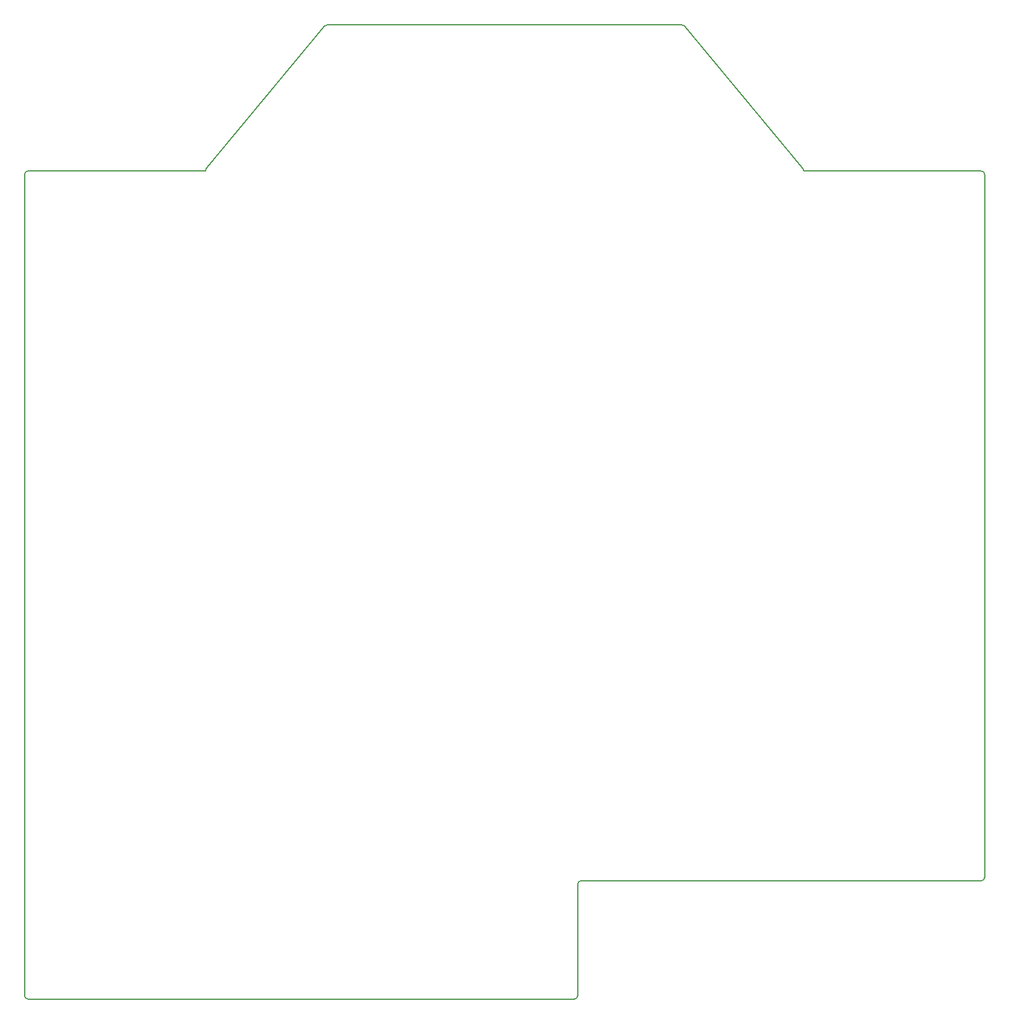
<source format=gm1>
G04 #@! TF.GenerationSoftware,KiCad,Pcbnew,8.0.4+1*
G04 #@! TF.CreationDate,2024-10-01T15:26:06+00:00*
G04 #@! TF.ProjectId,left,6c656674-2e6b-4696-9361-645f70636258,v0.2*
G04 #@! TF.SameCoordinates,Original*
G04 #@! TF.FileFunction,Profile,NP*
%FSLAX46Y46*%
G04 Gerber Fmt 4.6, Leading zero omitted, Abs format (unit mm)*
G04 Created by KiCad (PCBNEW 8.0.4+1) date 2024-10-01 15:26:06*
%MOMM*%
%LPD*%
G01*
G04 APERTURE LIST*
G04 #@! TA.AperFunction,Profile*
%ADD10C,0.150000*%
G04 #@! TD*
G04 APERTURE END LIST*
D10*
X159750000Y-24000000D02*
X159750000Y-125000000D01*
X159250000Y-125500000D02*
X101750000Y-125500000D01*
X64865121Y-2680832D02*
X47865121Y-23180832D01*
X100750000Y-142500000D02*
X22250000Y-142500000D01*
X22250000Y-23500000D02*
X47750000Y-23500000D01*
X159750000Y-125000000D02*
G75*
G02*
X159250000Y-125500000I-500000J0D01*
G01*
X101250000Y-126000000D02*
G75*
G02*
X101750000Y-125500000I500000J0D01*
G01*
X101250000Y-142000000D02*
G75*
G02*
X100750000Y-142500000I-500000J0D01*
G01*
X21750000Y-142000000D02*
X21750000Y-24000000D01*
X22250000Y-142500000D02*
G75*
G02*
X21750000Y-142000000I0J500000D01*
G01*
X47750000Y-23500000D02*
G75*
G02*
X47865121Y-23180832I500000J0D01*
G01*
X101250000Y-126000000D02*
X101250000Y-142000000D01*
X64865121Y-2680832D02*
G75*
G02*
X65250000Y-2500000I384879J-319168D01*
G01*
X116250000Y-2500000D02*
X65250000Y-2500000D01*
X133750000Y-23500000D02*
X159250000Y-23500000D01*
X21750000Y-24000000D02*
G75*
G02*
X22250000Y-23500000I500000J0D01*
G01*
X133634879Y-23180832D02*
G75*
G02*
X133750000Y-23500000I-384879J-319168D01*
G01*
X133634879Y-23180832D02*
X116634879Y-2680832D01*
X159250000Y-23500000D02*
G75*
G02*
X159750000Y-24000000I0J-500000D01*
G01*
X116250000Y-2500000D02*
G75*
G02*
X116634879Y-2680832I0J-500000D01*
G01*
M02*

</source>
